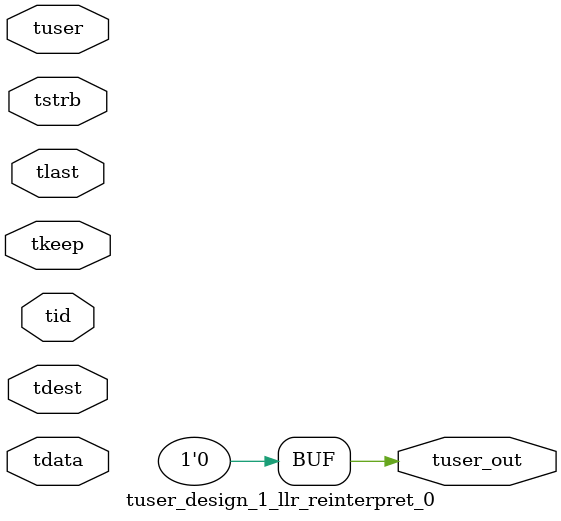
<source format=v>


`timescale 1ps/1ps

module tuser_design_1_llr_reinterpret_0 #
(
parameter C_S_AXIS_TUSER_WIDTH = 1,
parameter C_S_AXIS_TDATA_WIDTH = 32,
parameter C_S_AXIS_TID_WIDTH   = 0,
parameter C_S_AXIS_TDEST_WIDTH = 0,
parameter C_M_AXIS_TUSER_WIDTH = 1
)
(
input  [(C_S_AXIS_TUSER_WIDTH == 0 ? 1 : C_S_AXIS_TUSER_WIDTH)-1:0     ] tuser,
input  [(C_S_AXIS_TDATA_WIDTH == 0 ? 1 : C_S_AXIS_TDATA_WIDTH)-1:0     ] tdata,
input  [(C_S_AXIS_TID_WIDTH   == 0 ? 1 : C_S_AXIS_TID_WIDTH)-1:0       ] tid,
input  [(C_S_AXIS_TDEST_WIDTH == 0 ? 1 : C_S_AXIS_TDEST_WIDTH)-1:0     ] tdest,
input  [(C_S_AXIS_TDATA_WIDTH/8)-1:0 ] tkeep,
input  [(C_S_AXIS_TDATA_WIDTH/8)-1:0 ] tstrb,
input                                                                    tlast,
output [C_M_AXIS_TUSER_WIDTH-1:0] tuser_out
);

assign tuser_out = {1'b0};

endmodule


</source>
